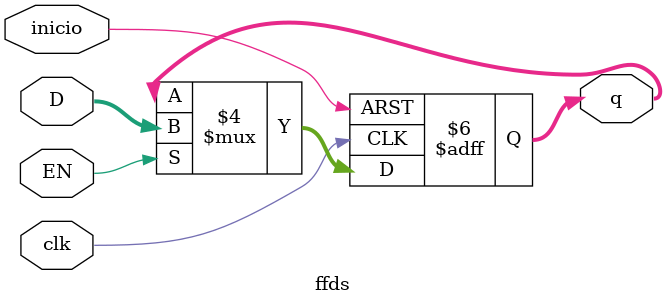
<source format=v>
module ffds (q, D, EN, clk, inicio);
    output reg [7:0] q;
    input [7:0] D;
	 input EN, clk, inicio;
   

    always @(posedge(clk), posedge(inicio))
	 
      if (inicio == 1'b1) q <= 1'b1;
		else
		     if (EN == 1'b1)  q <= D;
    
endmodule

</source>
